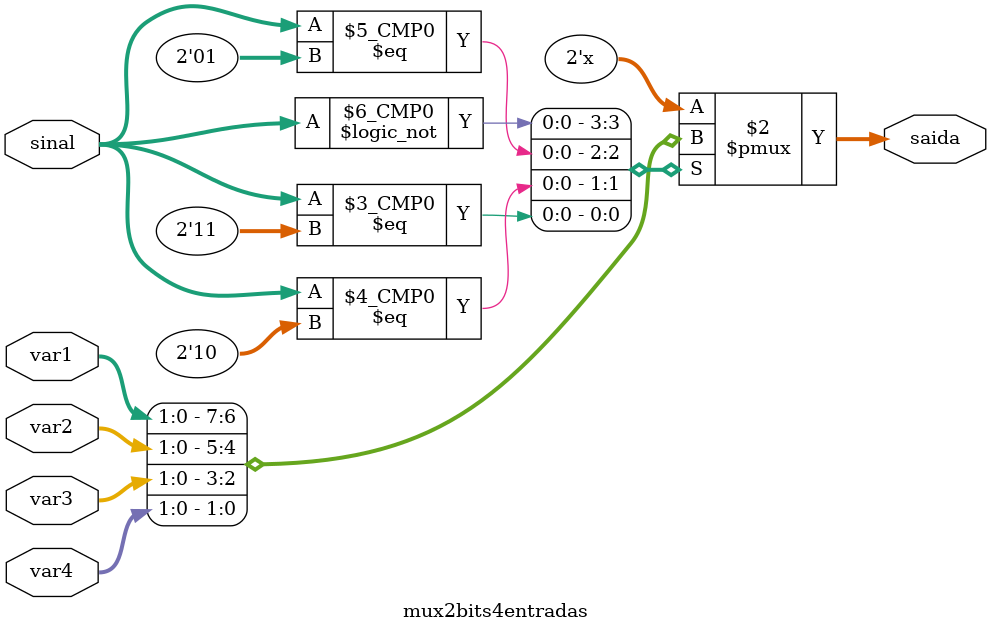
<source format=v>
module mux2bits4entradas(var1, var2, var3, var4, sinal, saida);
input [1:0]sinal;
input[1:0] var1, var2, var3, var4;
output reg[1:0] saida;

always @(*) begin
case(sinal)
2'b00: begin saida = var1; end
2'b01: begin saida = var2; end
2'b10: begin saida = var3; end
2'b11: begin saida = var4; end
endcase
end

endmodule 


</source>
